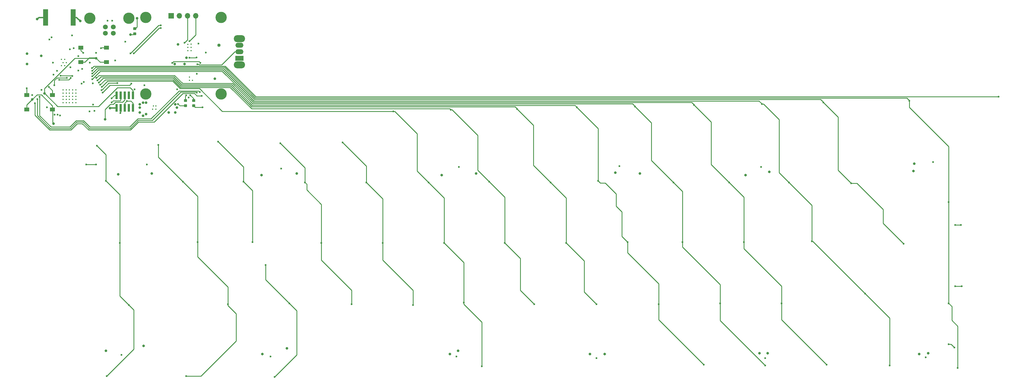
<source format=gbr>
G04 #@! TF.GenerationSoftware,KiCad,Pcbnew,(5.1.5)-3*
G04 #@! TF.CreationDate,2020-05-24T16:48:27-06:00*
G04 #@! TF.ProjectId,keeb,6b656562-2e6b-4696-9361-645f70636258,rev?*
G04 #@! TF.SameCoordinates,Original*
G04 #@! TF.FileFunction,Copper,L1,Top*
G04 #@! TF.FilePolarity,Positive*
%FSLAX46Y46*%
G04 Gerber Fmt 4.6, Leading zero omitted, Abs format (unit mm)*
G04 Created by KiCad (PCBNEW (5.1.5)-3) date 2020-05-24 16:48:27*
%MOMM*%
%LPD*%
G04 APERTURE LIST*
G04 #@! TA.AperFunction,ComponentPad*
%ADD10C,3.500000*%
G04 #@! TD*
G04 #@! TA.AperFunction,ComponentPad*
%ADD11O,1.700000X1.700000*%
G04 #@! TD*
G04 #@! TA.AperFunction,ComponentPad*
%ADD12R,1.700000X1.700000*%
G04 #@! TD*
G04 #@! TA.AperFunction,ComponentPad*
%ADD13C,1.500000*%
G04 #@! TD*
G04 #@! TA.AperFunction,SMDPad,CuDef*
%ADD14R,1.550000X1.300000*%
G04 #@! TD*
G04 #@! TA.AperFunction,SMDPad,CuDef*
%ADD15C,0.150000*%
G04 #@! TD*
G04 #@! TA.AperFunction,SMDPad,CuDef*
%ADD16R,1.500000X5.080000*%
G04 #@! TD*
G04 #@! TA.AperFunction,SMDPad,CuDef*
%ADD17R,0.740000X2.400000*%
G04 #@! TD*
G04 #@! TA.AperFunction,ComponentPad*
%ADD18R,2.500000X1.500000*%
G04 #@! TD*
G04 #@! TA.AperFunction,ComponentPad*
%ADD19O,2.500000X1.500000*%
G04 #@! TD*
G04 #@! TA.AperFunction,ComponentPad*
%ADD20O,3.500000X2.200000*%
G04 #@! TD*
G04 #@! TA.AperFunction,ViaPad*
%ADD21C,0.450000*%
G04 #@! TD*
G04 #@! TA.AperFunction,ViaPad*
%ADD22C,0.800000*%
G04 #@! TD*
G04 #@! TA.AperFunction,ViaPad*
%ADD23C,0.600000*%
G04 #@! TD*
G04 #@! TA.AperFunction,ViaPad*
%ADD24C,1.016000*%
G04 #@! TD*
G04 #@! TA.AperFunction,Conductor*
%ADD25C,0.381000*%
G04 #@! TD*
G04 #@! TA.AperFunction,Conductor*
%ADD26C,0.250000*%
G04 #@! TD*
G04 #@! TA.AperFunction,Conductor*
%ADD27C,0.293370*%
G04 #@! TD*
G04 APERTURE END LIST*
D10*
G04 #@! TO.P,J6,*
G04 #@! TO.N,*
X102709000Y-67734000D03*
X79409000Y-67734000D03*
X79409000Y-43934000D03*
X102709000Y-43934000D03*
D11*
G04 #@! TO.P,J6,4*
G04 #@! TO.N,/MCU/SDA_MON*
X94869000Y-43434000D03*
G04 #@! TO.P,J6,3*
G04 #@! TO.N,/MCU/SCL_MON*
X92329000Y-43434000D03*
G04 #@! TO.P,J6,2*
G04 #@! TO.N,+3V3*
X89789000Y-43434000D03*
D12*
G04 #@! TO.P,J6,1*
G04 #@! TO.N,GND*
X87249000Y-43434000D03*
G04 #@! TD*
D10*
G04 #@! TO.P,J3,6*
G04 #@! TO.N,N/C*
X62052000Y-44196000D03*
G04 #@! TO.P,J3,5*
G04 #@! TO.N,Net-(J3-Pad5)*
X74092000Y-44196000D03*
D13*
G04 #@! TO.P,J3,4*
G04 #@! TO.N,GND*
X66822000Y-46906000D03*
G04 #@! TO.P,J3,3*
G04 #@! TO.N,/USB and Power Management/USB+*
X69322000Y-46906000D03*
G04 #@! TO.P,J3,2*
G04 #@! TO.N,/USB and Power Management/USB-*
X69322000Y-48906000D03*
G04 #@! TO.P,J3,1*
G04 #@! TO.N,Net-(FB1-Pad2)*
X66822000Y-48906000D03*
G04 #@! TD*
D14*
G04 #@! TO.P,SW70,2*
G04 #@! TO.N,+3V3*
X42507000Y-68108000D03*
X50457000Y-68108000D03*
G04 #@! TO.P,SW70,1*
G04 #@! TO.N,/MCU/BOOT0*
X42507000Y-72608000D03*
X50457000Y-72608000D03*
G04 #@! TD*
G04 #@! TO.P,SW1,2*
G04 #@! TO.N,/MCU/NRST*
X67221000Y-57876000D03*
X59271000Y-57876000D03*
G04 #@! TO.P,SW1,1*
G04 #@! TO.N,GND*
X67221000Y-53376000D03*
X59271000Y-53376000D03*
G04 #@! TD*
G04 #@! TA.AperFunction,SMDPad,CuDef*
D15*
G04 #@! TO.P,D70,2*
G04 #@! TO.N,+5V*
G36*
X76223691Y-47036053D02*
G01*
X76244926Y-47039203D01*
X76265750Y-47044419D01*
X76285962Y-47051651D01*
X76305368Y-47060830D01*
X76323781Y-47071866D01*
X76341024Y-47084654D01*
X76356930Y-47099070D01*
X76371346Y-47114976D01*
X76384134Y-47132219D01*
X76395170Y-47150632D01*
X76404349Y-47170038D01*
X76411581Y-47190250D01*
X76416797Y-47211074D01*
X76419947Y-47232309D01*
X76421000Y-47253750D01*
X76421000Y-47691250D01*
X76419947Y-47712691D01*
X76416797Y-47733926D01*
X76411581Y-47754750D01*
X76404349Y-47774962D01*
X76395170Y-47794368D01*
X76384134Y-47812781D01*
X76371346Y-47830024D01*
X76356930Y-47845930D01*
X76341024Y-47860346D01*
X76323781Y-47873134D01*
X76305368Y-47884170D01*
X76285962Y-47893349D01*
X76265750Y-47900581D01*
X76244926Y-47905797D01*
X76223691Y-47908947D01*
X76202250Y-47910000D01*
X75689750Y-47910000D01*
X75668309Y-47908947D01*
X75647074Y-47905797D01*
X75626250Y-47900581D01*
X75606038Y-47893349D01*
X75586632Y-47884170D01*
X75568219Y-47873134D01*
X75550976Y-47860346D01*
X75535070Y-47845930D01*
X75520654Y-47830024D01*
X75507866Y-47812781D01*
X75496830Y-47794368D01*
X75487651Y-47774962D01*
X75480419Y-47754750D01*
X75475203Y-47733926D01*
X75472053Y-47712691D01*
X75471000Y-47691250D01*
X75471000Y-47253750D01*
X75472053Y-47232309D01*
X75475203Y-47211074D01*
X75480419Y-47190250D01*
X75487651Y-47170038D01*
X75496830Y-47150632D01*
X75507866Y-47132219D01*
X75520654Y-47114976D01*
X75535070Y-47099070D01*
X75550976Y-47084654D01*
X75568219Y-47071866D01*
X75586632Y-47060830D01*
X75606038Y-47051651D01*
X75626250Y-47044419D01*
X75647074Y-47039203D01*
X75668309Y-47036053D01*
X75689750Y-47035000D01*
X76202250Y-47035000D01*
X76223691Y-47036053D01*
G37*
G04 #@! TD.AperFunction*
G04 #@! TA.AperFunction,SMDPad,CuDef*
G04 #@! TO.P,D70,1*
G04 #@! TO.N,Net-(D70-Pad1)*
G36*
X76223691Y-48611053D02*
G01*
X76244926Y-48614203D01*
X76265750Y-48619419D01*
X76285962Y-48626651D01*
X76305368Y-48635830D01*
X76323781Y-48646866D01*
X76341024Y-48659654D01*
X76356930Y-48674070D01*
X76371346Y-48689976D01*
X76384134Y-48707219D01*
X76395170Y-48725632D01*
X76404349Y-48745038D01*
X76411581Y-48765250D01*
X76416797Y-48786074D01*
X76419947Y-48807309D01*
X76421000Y-48828750D01*
X76421000Y-49266250D01*
X76419947Y-49287691D01*
X76416797Y-49308926D01*
X76411581Y-49329750D01*
X76404349Y-49349962D01*
X76395170Y-49369368D01*
X76384134Y-49387781D01*
X76371346Y-49405024D01*
X76356930Y-49420930D01*
X76341024Y-49435346D01*
X76323781Y-49448134D01*
X76305368Y-49459170D01*
X76285962Y-49468349D01*
X76265750Y-49475581D01*
X76244926Y-49480797D01*
X76223691Y-49483947D01*
X76202250Y-49485000D01*
X75689750Y-49485000D01*
X75668309Y-49483947D01*
X75647074Y-49480797D01*
X75626250Y-49475581D01*
X75606038Y-49468349D01*
X75586632Y-49459170D01*
X75568219Y-49448134D01*
X75550976Y-49435346D01*
X75535070Y-49420930D01*
X75520654Y-49405024D01*
X75507866Y-49387781D01*
X75496830Y-49369368D01*
X75487651Y-49349962D01*
X75480419Y-49329750D01*
X75475203Y-49308926D01*
X75472053Y-49287691D01*
X75471000Y-49266250D01*
X75471000Y-48828750D01*
X75472053Y-48807309D01*
X75475203Y-48786074D01*
X75480419Y-48765250D01*
X75487651Y-48745038D01*
X75496830Y-48725632D01*
X75507866Y-48707219D01*
X75520654Y-48689976D01*
X75535070Y-48674070D01*
X75550976Y-48659654D01*
X75568219Y-48646866D01*
X75586632Y-48635830D01*
X75606038Y-48626651D01*
X75626250Y-48619419D01*
X75647074Y-48614203D01*
X75668309Y-48611053D01*
X75689750Y-48610000D01*
X76202250Y-48610000D01*
X76223691Y-48611053D01*
G37*
G04 #@! TD.AperFunction*
G04 #@! TD*
D16*
G04 #@! TO.P,J2,2*
G04 #@! TO.N,GND*
X56828000Y-43942000D03*
X48328000Y-43942000D03*
G04 #@! TD*
D17*
G04 #@! TO.P,J1,10*
G04 #@! TO.N,/MCU/NRST*
X75438000Y-68154000D03*
G04 #@! TO.P,J1,9*
G04 #@! TO.N,GND*
X75438000Y-72054000D03*
G04 #@! TO.P,J1,8*
G04 #@! TO.N,Net-(J1-Pad8)*
X74168000Y-68154000D03*
G04 #@! TO.P,J1,7*
G04 #@! TO.N,Net-(J1-Pad7)*
X74168000Y-72054000D03*
G04 #@! TO.P,J1,6*
G04 #@! TO.N,/MCU/COL3*
X72898000Y-68154000D03*
G04 #@! TO.P,J1,5*
G04 #@! TO.N,GND*
X72898000Y-72054000D03*
G04 #@! TO.P,J1,4*
G04 #@! TO.N,/MCU/SWDCLK*
X71628000Y-68154000D03*
G04 #@! TO.P,J1,3*
G04 #@! TO.N,GND*
X71628000Y-72054000D03*
G04 #@! TO.P,J1,2*
G04 #@! TO.N,/MCU/SWDIO*
X70358000Y-68154000D03*
G04 #@! TO.P,J1,1*
G04 #@! TO.N,+3V3*
X70358000Y-72054000D03*
G04 #@! TD*
G04 #@! TA.AperFunction,SMDPad,CuDef*
D15*
G04 #@! TO.P,D71,1*
G04 #@! TO.N,Net-(D71-Pad1)*
G36*
X94511691Y-69388053D02*
G01*
X94532926Y-69391203D01*
X94553750Y-69396419D01*
X94573962Y-69403651D01*
X94593368Y-69412830D01*
X94611781Y-69423866D01*
X94629024Y-69436654D01*
X94644930Y-69451070D01*
X94659346Y-69466976D01*
X94672134Y-69484219D01*
X94683170Y-69502632D01*
X94692349Y-69522038D01*
X94699581Y-69542250D01*
X94704797Y-69563074D01*
X94707947Y-69584309D01*
X94709000Y-69605750D01*
X94709000Y-70043250D01*
X94707947Y-70064691D01*
X94704797Y-70085926D01*
X94699581Y-70106750D01*
X94692349Y-70126962D01*
X94683170Y-70146368D01*
X94672134Y-70164781D01*
X94659346Y-70182024D01*
X94644930Y-70197930D01*
X94629024Y-70212346D01*
X94611781Y-70225134D01*
X94593368Y-70236170D01*
X94573962Y-70245349D01*
X94553750Y-70252581D01*
X94532926Y-70257797D01*
X94511691Y-70260947D01*
X94490250Y-70262000D01*
X93977750Y-70262000D01*
X93956309Y-70260947D01*
X93935074Y-70257797D01*
X93914250Y-70252581D01*
X93894038Y-70245349D01*
X93874632Y-70236170D01*
X93856219Y-70225134D01*
X93838976Y-70212346D01*
X93823070Y-70197930D01*
X93808654Y-70182024D01*
X93795866Y-70164781D01*
X93784830Y-70146368D01*
X93775651Y-70126962D01*
X93768419Y-70106750D01*
X93763203Y-70085926D01*
X93760053Y-70064691D01*
X93759000Y-70043250D01*
X93759000Y-69605750D01*
X93760053Y-69584309D01*
X93763203Y-69563074D01*
X93768419Y-69542250D01*
X93775651Y-69522038D01*
X93784830Y-69502632D01*
X93795866Y-69484219D01*
X93808654Y-69466976D01*
X93823070Y-69451070D01*
X93838976Y-69436654D01*
X93856219Y-69423866D01*
X93874632Y-69412830D01*
X93894038Y-69403651D01*
X93914250Y-69396419D01*
X93935074Y-69391203D01*
X93956309Y-69388053D01*
X93977750Y-69387000D01*
X94490250Y-69387000D01*
X94511691Y-69388053D01*
G37*
G04 #@! TD.AperFunction*
G04 #@! TA.AperFunction,SMDPad,CuDef*
G04 #@! TO.P,D71,2*
G04 #@! TO.N,+BATT*
G36*
X94511691Y-70963053D02*
G01*
X94532926Y-70966203D01*
X94553750Y-70971419D01*
X94573962Y-70978651D01*
X94593368Y-70987830D01*
X94611781Y-70998866D01*
X94629024Y-71011654D01*
X94644930Y-71026070D01*
X94659346Y-71041976D01*
X94672134Y-71059219D01*
X94683170Y-71077632D01*
X94692349Y-71097038D01*
X94699581Y-71117250D01*
X94704797Y-71138074D01*
X94707947Y-71159309D01*
X94709000Y-71180750D01*
X94709000Y-71618250D01*
X94707947Y-71639691D01*
X94704797Y-71660926D01*
X94699581Y-71681750D01*
X94692349Y-71701962D01*
X94683170Y-71721368D01*
X94672134Y-71739781D01*
X94659346Y-71757024D01*
X94644930Y-71772930D01*
X94629024Y-71787346D01*
X94611781Y-71800134D01*
X94593368Y-71811170D01*
X94573962Y-71820349D01*
X94553750Y-71827581D01*
X94532926Y-71832797D01*
X94511691Y-71835947D01*
X94490250Y-71837000D01*
X93977750Y-71837000D01*
X93956309Y-71835947D01*
X93935074Y-71832797D01*
X93914250Y-71827581D01*
X93894038Y-71820349D01*
X93874632Y-71811170D01*
X93856219Y-71800134D01*
X93838976Y-71787346D01*
X93823070Y-71772930D01*
X93808654Y-71757024D01*
X93795866Y-71739781D01*
X93784830Y-71721368D01*
X93775651Y-71701962D01*
X93768419Y-71681750D01*
X93763203Y-71660926D01*
X93760053Y-71639691D01*
X93759000Y-71618250D01*
X93759000Y-71180750D01*
X93760053Y-71159309D01*
X93763203Y-71138074D01*
X93768419Y-71117250D01*
X93775651Y-71097038D01*
X93784830Y-71077632D01*
X93795866Y-71059219D01*
X93808654Y-71041976D01*
X93823070Y-71026070D01*
X93838976Y-71011654D01*
X93856219Y-70998866D01*
X93874632Y-70987830D01*
X93894038Y-70978651D01*
X93914250Y-70971419D01*
X93935074Y-70966203D01*
X93956309Y-70963053D01*
X93977750Y-70962000D01*
X94490250Y-70962000D01*
X94511691Y-70963053D01*
G37*
G04 #@! TD.AperFunction*
G04 #@! TD*
G04 #@! TA.AperFunction,SMDPad,CuDef*
G04 #@! TO.P,D72,2*
G04 #@! TO.N,+BATT*
G36*
X91971691Y-70963053D02*
G01*
X91992926Y-70966203D01*
X92013750Y-70971419D01*
X92033962Y-70978651D01*
X92053368Y-70987830D01*
X92071781Y-70998866D01*
X92089024Y-71011654D01*
X92104930Y-71026070D01*
X92119346Y-71041976D01*
X92132134Y-71059219D01*
X92143170Y-71077632D01*
X92152349Y-71097038D01*
X92159581Y-71117250D01*
X92164797Y-71138074D01*
X92167947Y-71159309D01*
X92169000Y-71180750D01*
X92169000Y-71618250D01*
X92167947Y-71639691D01*
X92164797Y-71660926D01*
X92159581Y-71681750D01*
X92152349Y-71701962D01*
X92143170Y-71721368D01*
X92132134Y-71739781D01*
X92119346Y-71757024D01*
X92104930Y-71772930D01*
X92089024Y-71787346D01*
X92071781Y-71800134D01*
X92053368Y-71811170D01*
X92033962Y-71820349D01*
X92013750Y-71827581D01*
X91992926Y-71832797D01*
X91971691Y-71835947D01*
X91950250Y-71837000D01*
X91437750Y-71837000D01*
X91416309Y-71835947D01*
X91395074Y-71832797D01*
X91374250Y-71827581D01*
X91354038Y-71820349D01*
X91334632Y-71811170D01*
X91316219Y-71800134D01*
X91298976Y-71787346D01*
X91283070Y-71772930D01*
X91268654Y-71757024D01*
X91255866Y-71739781D01*
X91244830Y-71721368D01*
X91235651Y-71701962D01*
X91228419Y-71681750D01*
X91223203Y-71660926D01*
X91220053Y-71639691D01*
X91219000Y-71618250D01*
X91219000Y-71180750D01*
X91220053Y-71159309D01*
X91223203Y-71138074D01*
X91228419Y-71117250D01*
X91235651Y-71097038D01*
X91244830Y-71077632D01*
X91255866Y-71059219D01*
X91268654Y-71041976D01*
X91283070Y-71026070D01*
X91298976Y-71011654D01*
X91316219Y-70998866D01*
X91334632Y-70987830D01*
X91354038Y-70978651D01*
X91374250Y-70971419D01*
X91395074Y-70966203D01*
X91416309Y-70963053D01*
X91437750Y-70962000D01*
X91950250Y-70962000D01*
X91971691Y-70963053D01*
G37*
G04 #@! TD.AperFunction*
G04 #@! TA.AperFunction,SMDPad,CuDef*
G04 #@! TO.P,D72,1*
G04 #@! TO.N,Net-(D72-Pad1)*
G36*
X91971691Y-69388053D02*
G01*
X91992926Y-69391203D01*
X92013750Y-69396419D01*
X92033962Y-69403651D01*
X92053368Y-69412830D01*
X92071781Y-69423866D01*
X92089024Y-69436654D01*
X92104930Y-69451070D01*
X92119346Y-69466976D01*
X92132134Y-69484219D01*
X92143170Y-69502632D01*
X92152349Y-69522038D01*
X92159581Y-69542250D01*
X92164797Y-69563074D01*
X92167947Y-69584309D01*
X92169000Y-69605750D01*
X92169000Y-70043250D01*
X92167947Y-70064691D01*
X92164797Y-70085926D01*
X92159581Y-70106750D01*
X92152349Y-70126962D01*
X92143170Y-70146368D01*
X92132134Y-70164781D01*
X92119346Y-70182024D01*
X92104930Y-70197930D01*
X92089024Y-70212346D01*
X92071781Y-70225134D01*
X92053368Y-70236170D01*
X92033962Y-70245349D01*
X92013750Y-70252581D01*
X91992926Y-70257797D01*
X91971691Y-70260947D01*
X91950250Y-70262000D01*
X91437750Y-70262000D01*
X91416309Y-70260947D01*
X91395074Y-70257797D01*
X91374250Y-70252581D01*
X91354038Y-70245349D01*
X91334632Y-70236170D01*
X91316219Y-70225134D01*
X91298976Y-70212346D01*
X91283070Y-70197930D01*
X91268654Y-70182024D01*
X91255866Y-70164781D01*
X91244830Y-70146368D01*
X91235651Y-70126962D01*
X91228419Y-70106750D01*
X91223203Y-70085926D01*
X91220053Y-70064691D01*
X91219000Y-70043250D01*
X91219000Y-69605750D01*
X91220053Y-69584309D01*
X91223203Y-69563074D01*
X91228419Y-69542250D01*
X91235651Y-69522038D01*
X91244830Y-69502632D01*
X91255866Y-69484219D01*
X91268654Y-69466976D01*
X91283070Y-69451070D01*
X91298976Y-69436654D01*
X91316219Y-69423866D01*
X91334632Y-69412830D01*
X91354038Y-69403651D01*
X91374250Y-69396419D01*
X91395074Y-69391203D01*
X91416309Y-69388053D01*
X91437750Y-69387000D01*
X91950250Y-69387000D01*
X91971691Y-69388053D01*
G37*
G04 #@! TD.AperFunction*
G04 #@! TD*
D18*
G04 #@! TO.P,SW71,1*
G04 #@! TO.N,Net-(R9-Pad2)*
X108458000Y-56642000D03*
D19*
G04 #@! TO.P,SW71,2*
G04 #@! TO.N,/USB and Power Management/SYS_OFF*
X108458000Y-54642000D03*
G04 #@! TO.P,SW71,3*
G04 #@! TO.N,GND*
X108458000Y-52642000D03*
D20*
G04 #@! TO.P,SW71,*
G04 #@! TO.N,*
X108458000Y-58742000D03*
X108458000Y-50542000D03*
G04 #@! TD*
D21*
G04 #@! TO.N,GND*
X53215000Y-56996000D03*
X54215000Y-56996000D03*
X54715000Y-57996000D03*
X53715000Y-57996000D03*
X54215000Y-58996000D03*
X53215000Y-58996000D03*
X82500000Y-72496000D03*
X81715000Y-71496000D03*
X81500000Y-72496000D03*
X82500000Y-71500000D03*
X57715000Y-70496000D03*
X56715000Y-70496000D03*
X55715000Y-70496000D03*
X54715000Y-70496000D03*
X57715000Y-69496000D03*
X56715000Y-69496000D03*
X55715000Y-69496000D03*
X54715000Y-69496000D03*
X57715000Y-68496000D03*
X56715000Y-68496000D03*
X55715000Y-68496000D03*
X54715000Y-68496000D03*
X57715000Y-67496000D03*
X56715000Y-67496000D03*
X55715000Y-67496000D03*
X54715000Y-67496000D03*
X53715000Y-70496000D03*
X53715000Y-69496000D03*
X53715000Y-68496000D03*
X53715000Y-67496000D03*
X57715000Y-66496000D03*
X56715000Y-66496000D03*
X55715000Y-66496000D03*
X54715000Y-66496000D03*
X53715000Y-66496000D03*
D22*
X42545000Y-58420000D03*
D21*
X92398000Y-52316000D03*
X92398000Y-53308000D03*
X92398000Y-54308000D03*
X93398000Y-52308000D03*
X93398000Y-53308000D03*
X93398000Y-54308000D03*
X93900000Y-63536000D03*
X92900000Y-62536000D03*
X92900000Y-63536000D03*
D22*
X42545000Y-55245000D03*
X46990000Y-55905000D03*
X45720000Y-44450000D03*
X59055000Y-45085000D03*
D23*
X49530000Y-50800000D03*
X50165000Y-50165000D03*
X56515000Y-49530000D03*
X55880000Y-53848000D03*
X50593233Y-58011229D03*
X56000000Y-59500000D03*
X58500000Y-60500000D03*
X62000000Y-58000000D03*
X58500000Y-56000000D03*
X60000000Y-55000000D03*
X69871571Y-57371571D03*
X65500000Y-53500000D03*
X67500000Y-45000000D03*
X69000000Y-45000000D03*
X73000000Y-51500000D03*
X62980999Y-64500000D03*
X63000000Y-71049000D03*
X63500000Y-73000000D03*
X47000000Y-66500000D03*
X71500000Y-73722978D03*
X73500000Y-70000000D03*
D22*
X77500000Y-73500000D03*
X89000000Y-72000000D03*
X88500000Y-73500000D03*
X86500000Y-73500000D03*
X88499976Y-71000000D03*
X100838000Y-62992000D03*
X91996040Y-56471000D03*
X89408000Y-52324000D03*
X70866000Y-92710000D03*
X81280000Y-92456000D03*
X115316000Y-92964000D03*
X126238000Y-92456000D03*
X171196000Y-92964000D03*
X181864000Y-92456000D03*
X225044000Y-92202000D03*
X232664000Y-92456000D03*
X265430000Y-92964000D03*
X272796000Y-91948000D03*
X317500000Y-91694000D03*
X317754000Y-89408000D03*
X319278000Y-148590000D03*
X322072000Y-148336000D03*
X272288000Y-148336000D03*
X269748000Y-148336000D03*
X221742000Y-148590000D03*
X217170000Y-148590000D03*
X176276000Y-147574000D03*
X173736000Y-148590000D03*
X123190000Y-146812000D03*
X78740000Y-146050000D03*
X67056000Y-147574000D03*
D23*
X92710000Y-68834000D03*
X48768000Y-71882000D03*
X52832000Y-74422000D03*
X60198000Y-64077000D03*
X89154000Y-66294000D03*
D24*
X102108000Y-52578000D03*
D23*
X98044000Y-54864000D03*
X44196000Y-68072000D03*
X95758000Y-52070000D03*
D22*
X115570000Y-148590000D03*
D23*
X50733992Y-61733992D03*
D22*
X88392000Y-58420946D03*
X91440000Y-58420946D03*
D23*
X95250000Y-61468000D03*
D22*
G04 #@! TO.N,+3V3*
X68326000Y-72136000D03*
D23*
X64000000Y-55000000D03*
X59500000Y-64585000D03*
X42500000Y-66000000D03*
D22*
X79500000Y-74000000D03*
X77500000Y-72000000D03*
X79500000Y-70500000D03*
X78500004Y-70500000D03*
X77500000Y-71000000D03*
X78500000Y-74500000D03*
D23*
X59690000Y-59944000D03*
X61976000Y-73152000D03*
X51098685Y-74168000D03*
X52070000Y-74168000D03*
X78994000Y-65024000D03*
X75889599Y-66344851D03*
X79756000Y-89662000D03*
X121412000Y-90932000D03*
X176530000Y-90424000D03*
X226314000Y-90170000D03*
X270256000Y-90424000D03*
X323596000Y-88900000D03*
X321310000Y-149606000D03*
X271526000Y-149860000D03*
X219202000Y-149860000D03*
X175768000Y-149352000D03*
X118110000Y-149352000D03*
X71882000Y-148844000D03*
X51857492Y-60610492D03*
X49303008Y-65559008D03*
X57000000Y-53500000D03*
G04 #@! TO.N,/MCU/ROW0*
X60960000Y-89662000D03*
X64008000Y-89662000D03*
G04 #@! TO.N,/MCU/ROW1*
X330454000Y-108458000D03*
X332232000Y-108458000D03*
G04 #@! TO.N,/MCU/ROW2*
X330454000Y-127508000D03*
X332486000Y-127508000D03*
G04 #@! TO.N,/MCU/ROW3*
X328422000Y-145542000D03*
X330200000Y-146558000D03*
D22*
G04 #@! TO.N,+5V*
X76708000Y-44196000D03*
D23*
G04 #@! TO.N,/MCU/SWDCLK*
X68834000Y-70358000D03*
G04 #@! TO.N,/MCU/SWDIO*
X68834000Y-69088000D03*
G04 #@! TO.N,+BATT*
X89408000Y-70866000D03*
X97028000Y-71882000D03*
G04 #@! TO.N,/MCU/COL0*
X64262000Y-83820000D03*
X67056000Y-94742000D03*
X71374000Y-114046000D03*
X74168000Y-133350000D03*
X67310000Y-155448000D03*
G04 #@! TO.N,/MCU/COL1*
X83312000Y-83566000D03*
X90932000Y-94996000D03*
X95504000Y-113792000D03*
X104902000Y-133096000D03*
X91948000Y-155448000D03*
G04 #@! TO.N,/MCU/COL2*
X101854000Y-82550000D03*
X109728000Y-94996000D03*
X112522000Y-113792000D03*
X116586000Y-120904000D03*
X123952000Y-132842000D03*
X119380000Y-155702000D03*
G04 #@! TO.N,/MCU/COL3*
X121158000Y-83058000D03*
X128778000Y-95250000D03*
X133858000Y-114046000D03*
X143256000Y-133096000D03*
D22*
X66802000Y-75677010D03*
D23*
G04 #@! TO.N,/MCU/COL4*
X140462000Y-82804000D03*
X147828000Y-95250000D03*
X152908000Y-114046000D03*
X162306000Y-133350000D03*
G04 #@! TO.N,/MCU/COL5*
X65729030Y-65558610D03*
X156210000Y-73152000D03*
X167132000Y-95250000D03*
X171958000Y-114046000D03*
X178054000Y-132588000D03*
X183642000Y-152400000D03*
G04 #@! TO.N,/MCU/COL6*
X65279020Y-64886872D03*
X173990000Y-72644000D03*
X185928000Y-94996000D03*
X190754000Y-114046000D03*
X199898000Y-133096000D03*
G04 #@! TO.N,/MCU/COL7*
X64829010Y-64216312D03*
X194564000Y-72389990D03*
X204978000Y-95250000D03*
X209804000Y-114046000D03*
X219202000Y-133096000D03*
G04 #@! TO.N,/MCU/COL8*
X64383688Y-63519733D03*
X213106012Y-71882000D03*
X219710000Y-94742000D03*
X228854000Y-113792000D03*
X238506000Y-133096000D03*
X252476000Y-151892000D03*
G04 #@! TO.N,/MCU/COL9*
X64058711Y-62788711D03*
X231139990Y-71628000D03*
X243078000Y-95250000D03*
X245872000Y-113792000D03*
X257556000Y-132842000D03*
X271526000Y-152146000D03*
G04 #@! TO.N,/MCU/COL10*
X62809213Y-63154325D03*
X249428000Y-71120000D03*
X260350000Y-95250000D03*
X264922000Y-113792000D03*
X276606000Y-132842000D03*
X290576000Y-151892000D03*
G04 #@! TO.N,/MCU/COL11*
X62800833Y-62278821D03*
X270510006Y-70866000D03*
X278892000Y-95250000D03*
X302514000Y-129794000D03*
X310134000Y-152146000D03*
X286003996Y-113538000D03*
G04 #@! TO.N,/MCU/COL12*
X62798086Y-61397684D03*
X289560000Y-70358000D03*
X298196000Y-95504000D03*
X314452000Y-114300000D03*
G04 #@! TO.N,/MCU/COL13*
X62779941Y-60531944D03*
X316230000Y-69850000D03*
X328422000Y-101346000D03*
X328422000Y-132842000D03*
X331216000Y-152908000D03*
G04 #@! TO.N,/MCU/COL14*
X62738000Y-59690000D03*
X343916000Y-68580000D03*
G04 #@! TO.N,/MCU/SPI_SCK*
X51054000Y-65024000D03*
X54905031Y-62738000D03*
G04 #@! TO.N,/MCU/SPI_NSS*
X52578000Y-63363010D03*
X56115423Y-62759238D03*
G04 #@! TO.N,/MCU/CE*
X52970955Y-62093010D03*
X56642000Y-62156963D03*
D22*
G04 #@! TO.N,/MCU/NRST*
X64008000Y-56642000D03*
X48006000Y-67564000D03*
G04 #@! TO.N,/MCU/BOOT0*
X50800000Y-76962000D03*
X44155028Y-69499982D03*
G04 #@! TO.N,Net-(D70-Pad1)*
X74676000Y-49276000D03*
D23*
G04 #@! TO.N,/USB and Power Management/TS*
X87584012Y-58150614D03*
X96350286Y-58118935D03*
G04 #@! TO.N,Net-(C20-Pad1)*
X92964000Y-56522990D03*
X95120237Y-56409553D03*
G04 #@! TO.N,Net-(D71-Pad1)*
X93218000Y-68183032D03*
G04 #@! TO.N,Net-(D72-Pad1)*
X91948000Y-68183032D03*
G04 #@! TO.N,/USB and Power Management/SYS_OFF*
X95360222Y-58520946D03*
G04 #@! TO.N,/MCU/~CE~*
X96774000Y-68326000D03*
X45000000Y-70666647D03*
G04 #@! TO.N,/MCU/EN2*
X96149000Y-67131354D03*
X46482000Y-68580000D03*
G04 #@! TO.N,/MCU/EN1*
X45734534Y-69338811D03*
X95250000Y-67379010D03*
G04 #@! TO.N,/MCU/SCL_MON*
X91440000Y-51816000D03*
X74676000Y-55118000D03*
X84004356Y-46447025D03*
X65682224Y-66594448D03*
X70612000Y-64398990D03*
G04 #@! TO.N,/MCU/SDA_MON*
X92954000Y-51308000D03*
X75692000Y-55118000D03*
X84074000Y-47244000D03*
X66040000Y-67310000D03*
X74929986Y-64516000D03*
G04 #@! TD*
D25*
G04 #@! TO.N,GND*
X48328000Y-43942000D02*
X46228000Y-43942000D01*
X46228000Y-43942000D02*
X45720000Y-44450000D01*
X56828000Y-43942000D02*
X57912000Y-43942000D01*
X57912000Y-43942000D02*
X59055000Y-45085000D01*
D26*
X59271000Y-54271000D02*
X60000000Y-55000000D01*
X59271000Y-53376000D02*
X59271000Y-54271000D01*
X67221000Y-53376000D02*
X65624000Y-53376000D01*
X65624000Y-53376000D02*
X65500000Y-53500000D01*
X71628000Y-72054000D02*
X71628000Y-73594978D01*
X71628000Y-73594978D02*
X71500000Y-73722978D01*
X72898000Y-72054000D02*
X72898000Y-70602000D01*
X72898000Y-70602000D02*
X73500000Y-70000000D01*
X73924264Y-70000000D02*
X73500000Y-70000000D01*
X74834000Y-70000000D02*
X73924264Y-70000000D01*
X75438000Y-70604000D02*
X74834000Y-70000000D01*
X75438000Y-72054000D02*
X75438000Y-70604000D01*
D25*
G04 #@! TO.N,+3V3*
X68408000Y-72054000D02*
X68326000Y-72136000D01*
X70358000Y-72054000D02*
X68408000Y-72054000D01*
D26*
X42507000Y-68108000D02*
X42507000Y-66007000D01*
X42507000Y-66007000D02*
X42500000Y-66000000D01*
X50457000Y-66713000D02*
X49303008Y-65559008D01*
X50457000Y-68108000D02*
X50457000Y-66713000D01*
G04 #@! TO.N,/MCU/ROW0*
X60960000Y-89662000D02*
X64008000Y-89662000D01*
G04 #@! TO.N,/MCU/ROW1*
X330454000Y-108458000D02*
X332232000Y-108458000D01*
G04 #@! TO.N,/MCU/ROW2*
X330454000Y-127508000D02*
X332486000Y-127508000D01*
G04 #@! TO.N,/MCU/ROW3*
X328422000Y-145542000D02*
X329184000Y-145542000D01*
X329184000Y-145542000D02*
X330200000Y-146558000D01*
D27*
G04 #@! TO.N,+5V*
X76708000Y-46931500D02*
X76708000Y-44196000D01*
X75692000Y-47472500D02*
X76167000Y-47472500D01*
X76167000Y-47472500D02*
X76708000Y-46931500D01*
D26*
G04 #@! TO.N,/MCU/SWDCLK*
X68834000Y-70316132D02*
X68834000Y-70358000D01*
X69300132Y-69850000D02*
X68834000Y-70316132D01*
X71382000Y-69850000D02*
X69300132Y-69850000D01*
X71628000Y-69604000D02*
X71382000Y-69850000D01*
X71628000Y-68154000D02*
X71628000Y-69604000D01*
G04 #@! TO.N,/MCU/SWDIO*
X68834000Y-69058000D02*
X68834000Y-69088000D01*
X69738000Y-68154000D02*
X68834000Y-69058000D01*
X70358000Y-68154000D02*
X69738000Y-68154000D01*
D27*
G04 #@! TO.N,+BATT*
X91694000Y-71399500D02*
X89941500Y-71399500D01*
X89941500Y-71399500D02*
X89408000Y-70866000D01*
X94716500Y-71882000D02*
X97028000Y-71882000D01*
X94234000Y-71399500D02*
X94716500Y-71882000D01*
D26*
G04 #@! TO.N,/MCU/COL0*
X64262000Y-83820000D02*
X67056000Y-86614000D01*
X67056000Y-86614000D02*
X67056000Y-94742000D01*
X71374000Y-114046000D02*
X71374000Y-130556000D01*
X71374000Y-130556000D02*
X74168000Y-133350000D01*
X75692000Y-147066000D02*
X67310000Y-155448000D01*
X74168000Y-133350000D02*
X75692000Y-134874000D01*
X75692000Y-134874000D02*
X75692000Y-147066000D01*
X67056000Y-94742000D02*
X71374000Y-99060000D01*
X71374000Y-99060000D02*
X71374000Y-114046000D01*
G04 #@! TO.N,/MCU/COL1*
X83312000Y-83566000D02*
X83312000Y-87376000D01*
X83312000Y-87376000D02*
X90932000Y-94996000D01*
X90932000Y-94996000D02*
X95504000Y-99568000D01*
X95504000Y-99568000D02*
X95504000Y-113792000D01*
X95504000Y-113792000D02*
X95504000Y-118364000D01*
X95504000Y-118364000D02*
X104902000Y-127762000D01*
X104902000Y-127762000D02*
X104902000Y-133096000D01*
X104902000Y-133520264D02*
X107442000Y-136060264D01*
X104902000Y-133096000D02*
X104902000Y-133520264D01*
X107442000Y-136060264D02*
X107442000Y-144526000D01*
X107442000Y-144526000D02*
X96520000Y-155448000D01*
X96520000Y-155448000D02*
X91948000Y-155448000D01*
G04 #@! TO.N,/MCU/COL2*
X101854000Y-82550000D02*
X109728000Y-90424000D01*
X109728000Y-90424000D02*
X109728000Y-94996000D01*
X109728000Y-94996000D02*
X112522000Y-97790000D01*
X112522000Y-97790000D02*
X112522000Y-113792000D01*
X116586000Y-120904000D02*
X116586000Y-125476000D01*
X116586000Y-125476000D02*
X123952000Y-132842000D01*
X126238000Y-148844000D02*
X119380000Y-155702000D01*
X123952000Y-132842000D02*
X126238000Y-135128000D01*
X126238000Y-135128000D02*
X126238000Y-148844000D01*
G04 #@! TO.N,/MCU/COL3*
X121158000Y-83058000D02*
X128778000Y-90678000D01*
X128778000Y-90678000D02*
X128778000Y-95250000D01*
X129343001Y-95815001D02*
X129343001Y-97593001D01*
X128778000Y-95250000D02*
X129343001Y-95815001D01*
X129343001Y-97593001D02*
X133858000Y-102108000D01*
X133858000Y-102108000D02*
X133858000Y-114046000D01*
X143256000Y-128778000D02*
X143256000Y-133096000D01*
X133858000Y-114046000D02*
X133858000Y-119380000D01*
X133858000Y-119380000D02*
X143256000Y-128778000D01*
X72201991Y-70300009D02*
X69956988Y-70300010D01*
X72898000Y-69604000D02*
X72201991Y-70300009D01*
X69956988Y-70300010D02*
X69273997Y-70983001D01*
X66802000Y-72586998D02*
X66802000Y-75111325D01*
X72898000Y-68154000D02*
X72898000Y-69604000D01*
X66802000Y-75111325D02*
X66802000Y-75677010D01*
X68405997Y-70983001D02*
X66802000Y-72586998D01*
X69273997Y-70983001D02*
X68405997Y-70983001D01*
G04 #@! TO.N,/MCU/COL4*
X140462000Y-82804000D02*
X147828000Y-90170000D01*
X147828000Y-90170000D02*
X147828000Y-95250000D01*
X147828000Y-95250000D02*
X152908000Y-100330000D01*
X152908000Y-100330000D02*
X152908000Y-114046000D01*
X152908000Y-114046000D02*
X152908000Y-119380000D01*
X152908000Y-119380000D02*
X162306000Y-128778000D01*
X162306000Y-128778000D02*
X162306000Y-133350000D01*
G04 #@! TO.N,/MCU/COL5*
X156634264Y-73152000D02*
X163576000Y-80093736D01*
X156210000Y-73152000D02*
X156634264Y-73152000D01*
X163576000Y-80093736D02*
X163576000Y-91694000D01*
X163576000Y-91694000D02*
X167132000Y-95250000D01*
X167132000Y-95250000D02*
X171958000Y-100076000D01*
X171958000Y-100076000D02*
X171958000Y-114046000D01*
X171958000Y-114046000D02*
X178054000Y-120142000D01*
X178054000Y-120142000D02*
X178054000Y-132588000D01*
X183642000Y-138684000D02*
X183642000Y-152400000D01*
X178054000Y-132588000D02*
X178054000Y-133096000D01*
X178054000Y-133096000D02*
X183642000Y-138684000D01*
X90051449Y-66103033D02*
X96046209Y-66103033D01*
X96046209Y-66103033D02*
X103095176Y-73152000D01*
X103095176Y-73152000D02*
X155785736Y-73152000D01*
X65729030Y-65558610D02*
X67513651Y-63773989D01*
X87722405Y-63773989D02*
X90051449Y-66103033D01*
X67513651Y-63773989D02*
X87722405Y-63773989D01*
X155785736Y-73152000D02*
X156210000Y-73152000D01*
G04 #@! TO.N,/MCU/COL6*
X174414264Y-72644000D02*
X182372000Y-80601736D01*
X173990000Y-72644000D02*
X174414264Y-72644000D01*
X182372000Y-80601736D02*
X182372000Y-91440000D01*
X182372000Y-91440000D02*
X185928000Y-94996000D01*
X185928000Y-94996000D02*
X190754000Y-99822000D01*
X190754000Y-99822000D02*
X190754000Y-114046000D01*
X190754000Y-114046000D02*
X195580000Y-118872000D01*
X195580000Y-118872000D02*
X195580000Y-128778000D01*
X195580000Y-128778000D02*
X199898000Y-133096000D01*
X66841914Y-63323978D02*
X87840923Y-63323978D01*
X65279020Y-64886872D02*
X66841914Y-63323978D01*
X87840923Y-63323978D02*
X90217967Y-65701022D01*
X90217967Y-65701022D02*
X105567742Y-65701022D01*
X105567742Y-65701022D02*
X112210721Y-72344001D01*
X112210721Y-72344001D02*
X173690001Y-72344001D01*
X173690001Y-72344001D02*
X173990000Y-72644000D01*
G04 #@! TO.N,/MCU/COL7*
X194564000Y-72389990D02*
X199644000Y-77469990D01*
X199644000Y-77469990D02*
X199644000Y-89916000D01*
X199644000Y-89916000D02*
X204978000Y-95250000D01*
X204978000Y-95250000D02*
X209804000Y-100076000D01*
X209804000Y-100076000D02*
X209804000Y-114046000D01*
X209804000Y-114046000D02*
X215392000Y-119634000D01*
X215392000Y-119634000D02*
X215392000Y-129286000D01*
X215392000Y-129286000D02*
X219202000Y-133096000D01*
X87959441Y-62873967D02*
X90384485Y-65299011D01*
X64829010Y-64216312D02*
X66171355Y-62873967D01*
X66171355Y-62873967D02*
X87959441Y-62873967D01*
X105802141Y-65299011D02*
X112233199Y-71730069D01*
X90384485Y-65299011D02*
X105802141Y-65299011D01*
X112233199Y-71730069D02*
X193904079Y-71730069D01*
X193904079Y-71730069D02*
X194264001Y-72089991D01*
X194264001Y-72089991D02*
X194564000Y-72389990D01*
G04 #@! TO.N,/MCU/COL8*
X213106012Y-71882000D02*
X219710000Y-78485988D01*
X219710000Y-78485988D02*
X219710000Y-94742000D01*
X227076000Y-112014000D02*
X228854000Y-113792000D01*
X220392001Y-95424001D02*
X221916001Y-95424001D01*
X225298000Y-98806000D02*
X225298000Y-102616000D01*
X227076000Y-104394000D02*
X227076000Y-112014000D01*
X225298000Y-102616000D02*
X227076000Y-104394000D01*
X219710000Y-94742000D02*
X220392001Y-95424001D01*
X221916001Y-95424001D02*
X225298000Y-98806000D01*
X228854000Y-113792000D02*
X228854000Y-117094000D01*
X228854000Y-117094000D02*
X238506000Y-126746000D01*
X238506000Y-126746000D02*
X238506000Y-133096000D01*
X238506000Y-133096000D02*
X238506000Y-137922000D01*
X238506000Y-137922000D02*
X252476000Y-151892000D01*
X212806013Y-71582001D02*
X213106012Y-71882000D01*
X90551003Y-64897000D02*
X106036540Y-64897000D01*
X65479465Y-62423956D02*
X88077959Y-62423956D01*
X112419599Y-71280059D02*
X212504071Y-71280059D01*
X212504071Y-71280059D02*
X212806013Y-71582001D01*
X64383688Y-63519733D02*
X65479465Y-62423956D01*
X106036540Y-64897000D02*
X112419599Y-71280059D01*
X88077959Y-62423956D02*
X90551003Y-64897000D01*
G04 #@! TO.N,/MCU/COL9*
X243078000Y-95250000D02*
X245872000Y-98044000D01*
X245872000Y-98044000D02*
X245872000Y-113792000D01*
X245872000Y-113792000D02*
X245872000Y-115316000D01*
X257556000Y-127000000D02*
X257556000Y-132842000D01*
X245872000Y-115316000D02*
X257556000Y-127000000D01*
X257556000Y-132842000D02*
X257556000Y-138176000D01*
X257556000Y-138176000D02*
X271526000Y-152146000D01*
X236220000Y-88392000D02*
X243078000Y-95250000D01*
X236220000Y-76708000D02*
X236220000Y-88392000D01*
X231139990Y-71628000D02*
X231140000Y-71628000D01*
X231140000Y-71628000D02*
X236220000Y-76708000D01*
X230839991Y-71328001D02*
X231139990Y-71628000D01*
X230342045Y-70830055D02*
X230839991Y-71328001D01*
X106270940Y-64494990D02*
X112606005Y-70830055D01*
X90783990Y-64494990D02*
X106270940Y-64494990D01*
X64873477Y-61973945D02*
X66164945Y-61973945D01*
X64058711Y-62788711D02*
X64873477Y-61973945D01*
X66164945Y-61973945D02*
X66167000Y-61976000D01*
X66167000Y-61976000D02*
X88265000Y-61976000D01*
X112606005Y-70830055D02*
X230342045Y-70830055D01*
X88265000Y-61976000D02*
X90783990Y-64494990D01*
G04 #@! TO.N,/MCU/COL10*
X249428000Y-71120000D02*
X254762000Y-76454000D01*
X254762000Y-76454000D02*
X254762000Y-89662000D01*
X254762000Y-89662000D02*
X260350000Y-95250000D01*
X260350000Y-95250000D02*
X264922000Y-99822000D01*
X264922000Y-99822000D02*
X264922000Y-113792000D01*
X276606000Y-127537498D02*
X276606000Y-132842000D01*
X264922000Y-113792000D02*
X264922000Y-115853498D01*
X264922000Y-115853498D02*
X276606000Y-127537498D01*
X276606000Y-132842000D02*
X276606000Y-137922000D01*
X276606000Y-137922000D02*
X290576000Y-151892000D01*
X248688039Y-70380039D02*
X249128001Y-70820001D01*
X112792399Y-70380039D02*
X248688039Y-70380039D01*
X65257538Y-60706000D02*
X103118360Y-60706000D01*
X62809213Y-63154325D02*
X65257538Y-60706000D01*
X103118360Y-60706000D02*
X112792399Y-70380039D01*
X249128001Y-70820001D02*
X249428000Y-71120000D01*
G04 #@! TO.N,/MCU/COL11*
X270510006Y-70866000D02*
X271018000Y-70866000D01*
X271018000Y-70866000D02*
X275844000Y-75692000D01*
X275844000Y-75692000D02*
X275844000Y-92202000D01*
X275844000Y-92202000D02*
X278892000Y-95250000D01*
X302514000Y-129794000D02*
X310134000Y-137414000D01*
X310134000Y-137414000D02*
X310134000Y-152146000D01*
X278892000Y-95250000D02*
X286003996Y-102361996D01*
X286003996Y-102361996D02*
X286003996Y-113113736D01*
X286258000Y-113538000D02*
X286003996Y-113538000D01*
X302514000Y-129794000D02*
X286258000Y-113538000D01*
X286003996Y-113113736D02*
X286003996Y-113538000D01*
X269574035Y-69930029D02*
X270210007Y-70566001D01*
X270210007Y-70566001D02*
X270510006Y-70866000D01*
X62800833Y-62278821D02*
X64775665Y-60303989D01*
X112978799Y-69930029D02*
X269574035Y-69930029D01*
X103352759Y-60303989D02*
X112978799Y-69930029D01*
X64775665Y-60303989D02*
X103352759Y-60303989D01*
G04 #@! TO.N,/MCU/COL12*
X294132000Y-91440000D02*
X298196000Y-95504000D01*
X289560000Y-70358000D02*
X294132000Y-74930000D01*
X294132000Y-74930000D02*
X294132000Y-91440000D01*
X298196000Y-95504000D02*
X299974000Y-95504000D01*
X299974000Y-95504000D02*
X308102000Y-103632000D01*
X308102000Y-103632000D02*
X308102000Y-107950000D01*
X308102000Y-107950000D02*
X314452000Y-114300000D01*
X113165199Y-69480019D02*
X288682019Y-69480019D01*
X62798086Y-61397684D02*
X64293792Y-59901978D01*
X64293792Y-59901978D02*
X103587158Y-59901978D01*
X103587158Y-59901978D02*
X113165199Y-69480019D01*
X289260001Y-70058001D02*
X289560000Y-70358000D01*
X288682019Y-69480019D02*
X289260001Y-70058001D01*
G04 #@! TO.N,/MCU/COL13*
X328422000Y-84074000D02*
X328422000Y-101346000D01*
X316230000Y-69850000D02*
X316230000Y-71882000D01*
X316230000Y-71882000D02*
X328422000Y-84074000D01*
X328422000Y-101346000D02*
X328422000Y-132842000D01*
X329368001Y-133788001D02*
X329368001Y-138106001D01*
X328422000Y-132842000D02*
X329368001Y-133788001D01*
X329368001Y-138106001D02*
X331216000Y-139954000D01*
X331216000Y-139954000D02*
X331216000Y-152908000D01*
X113351599Y-69030009D02*
X315410009Y-69030009D01*
X315930001Y-69550001D02*
X316230000Y-69850000D01*
X62779941Y-60531944D02*
X63811918Y-59499967D01*
X315410009Y-69030009D02*
X315930001Y-69550001D01*
X103821557Y-59499967D02*
X113351599Y-69030009D01*
X63811918Y-59499967D02*
X103821557Y-59499967D01*
G04 #@! TO.N,/MCU/COL14*
X63330044Y-59097956D02*
X104055956Y-59097956D01*
X113538000Y-68580000D02*
X343491736Y-68580000D01*
X343491736Y-68580000D02*
X343916000Y-68580000D01*
X62738000Y-59690000D02*
X63330044Y-59097956D01*
X104055956Y-59097956D02*
X113538000Y-68580000D01*
G04 #@! TO.N,/MCU/SPI_SCK*
X51054000Y-65024000D02*
X51054000Y-63560528D01*
X51054000Y-63560528D02*
X51876528Y-62738000D01*
X51876528Y-62738000D02*
X54480767Y-62738000D01*
X54480767Y-62738000D02*
X54905031Y-62738000D01*
G04 #@! TO.N,/MCU/SPI_NSS*
X55511651Y-63363010D02*
X56115423Y-62759238D01*
X52578000Y-63363010D02*
X55511651Y-63363010D01*
G04 #@! TO.N,/MCU/CE*
X52970955Y-62093010D02*
X56578047Y-62093010D01*
X56578047Y-62093010D02*
X56642000Y-62156963D01*
D25*
G04 #@! TO.N,/MCU/NRST*
X64008000Y-56642000D02*
X63807000Y-56642000D01*
D26*
X65242000Y-57876000D02*
X67221000Y-57876000D01*
X64008000Y-56642000D02*
X65242000Y-57876000D01*
X61849000Y-56515000D02*
X63881000Y-56515000D01*
X63881000Y-56515000D02*
X64008000Y-56642000D01*
X59271000Y-57876000D02*
X60488000Y-57876000D01*
X60488000Y-57876000D02*
X61849000Y-56515000D01*
X64728998Y-71628000D02*
X52070000Y-71628000D01*
X74520000Y-65786000D02*
X70570998Y-65786000D01*
X75438000Y-68154000D02*
X75438000Y-66704000D01*
X75438000Y-66704000D02*
X74520000Y-65786000D01*
X70570998Y-65786000D02*
X64728998Y-71628000D01*
X48405999Y-67963999D02*
X48006000Y-67564000D01*
X52070000Y-71628000D02*
X48405999Y-67963999D01*
X48006000Y-66040000D02*
X48006000Y-66998315D01*
X57404000Y-56642000D02*
X48006000Y-66040000D01*
X64008000Y-56642000D02*
X57404000Y-56642000D01*
X48006000Y-66998315D02*
X48006000Y-67564000D01*
D27*
G04 #@! TO.N,/MCU/BOOT0*
X50500000Y-72651000D02*
X50457000Y-72608000D01*
X50800000Y-76962000D02*
X50500000Y-76662000D01*
X50500000Y-76662000D02*
X50500000Y-72651000D01*
D26*
X42507000Y-72608000D02*
X42507000Y-71148010D01*
X43755029Y-69899981D02*
X44155028Y-69499982D01*
X42507000Y-71148010D02*
X43755029Y-69899981D01*
X50457000Y-71708000D02*
X50457000Y-72608000D01*
X50457000Y-71457000D02*
X50457000Y-71708000D01*
X47002999Y-68002999D02*
X50457000Y-71457000D01*
X44155028Y-69499982D02*
X45652011Y-68002999D01*
X45652011Y-68002999D02*
X47002999Y-68002999D01*
D27*
G04 #@! TO.N,Net-(D70-Pad1)*
X75241685Y-49276000D02*
X74676000Y-49276000D01*
X75463500Y-49276000D02*
X75241685Y-49276000D01*
X75692000Y-49047500D02*
X75463500Y-49276000D01*
G04 #@! TO.N,/USB and Power Management/TS*
X87884011Y-57850615D02*
X87584012Y-58150614D01*
X96350286Y-58118935D02*
X95953611Y-57722260D01*
X88012366Y-57722260D02*
X87884011Y-57850615D01*
X95953611Y-57722260D02*
X88012366Y-57722260D01*
D26*
G04 #@! TO.N,Net-(C20-Pad1)*
X92964000Y-56522990D02*
X95006800Y-56522990D01*
X95006800Y-56522990D02*
X95120237Y-56409553D01*
D27*
G04 #@! TO.N,Net-(D71-Pad1)*
X94234000Y-69199032D02*
X93517999Y-68483031D01*
X94234000Y-69824500D02*
X94234000Y-69199032D01*
X93517999Y-68483031D02*
X93218000Y-68183032D01*
G04 #@! TO.N,Net-(D72-Pad1)*
X91694000Y-68437032D02*
X91948000Y-68183032D01*
X91694000Y-69824500D02*
X91694000Y-68437032D01*
D26*
G04 #@! TO.N,/USB and Power Management/SYS_OFF*
X102904055Y-58695945D02*
X95959485Y-58695945D01*
X95959485Y-58695945D02*
X95784486Y-58520946D01*
X106958000Y-54642000D02*
X102904055Y-58695945D01*
X108458000Y-54642000D02*
X106958000Y-54642000D01*
X95784486Y-58520946D02*
X95360222Y-58520946D01*
G04 #@! TO.N,/MCU/~CE~*
X96774000Y-68326000D02*
X95250000Y-68326000D01*
X90893978Y-67606022D02*
X82000000Y-76500000D01*
X49597600Y-78936011D02*
X45000000Y-74338411D01*
X45000000Y-74338411D02*
X45000000Y-71090911D01*
X77089000Y-76500000D02*
X74652989Y-78936011D01*
X45000000Y-71090911D02*
X45000000Y-70666647D01*
X82000000Y-76500000D02*
X77089000Y-76500000D01*
X94530022Y-67606022D02*
X90893978Y-67606022D01*
X58166000Y-76962000D02*
X56191990Y-78936011D01*
X56191990Y-78936011D02*
X49597600Y-78936011D01*
X95250000Y-68326000D02*
X94530022Y-67606022D01*
X61664010Y-78936011D02*
X59690000Y-76962000D01*
X59690000Y-76962000D02*
X58166000Y-76962000D01*
X74652989Y-78936011D02*
X61664010Y-78936011D01*
G04 #@! TO.N,/MCU/EN2*
X46482000Y-69004264D02*
X46482000Y-68580000D01*
X46482000Y-74547590D02*
X46482000Y-69004264D01*
X49970400Y-78035990D02*
X46482000Y-74547590D01*
X57793199Y-76061980D02*
X55819189Y-78035990D01*
X55819189Y-78035990D02*
X49970400Y-78035990D01*
X96149000Y-67131354D02*
X95819646Y-66802000D01*
X74395482Y-78035990D02*
X62036810Y-78035990D01*
X62036810Y-78035990D02*
X60062800Y-76061979D01*
X60062800Y-76061979D02*
X57793199Y-76061980D01*
X95819646Y-66802000D02*
X89698000Y-66802000D01*
X89698000Y-66802000D02*
X81000000Y-75500000D01*
X81000000Y-75500000D02*
X76931472Y-75500000D01*
X76931472Y-75500000D02*
X74395482Y-78035990D01*
G04 #@! TO.N,/MCU/EN1*
X49784000Y-78486000D02*
X56005590Y-78486000D01*
X45734534Y-74436534D02*
X49784000Y-78486000D01*
X56005590Y-78486000D02*
X57979600Y-76511989D01*
X57979600Y-76511989D02*
X59876400Y-76511989D01*
X77000000Y-76000000D02*
X81429509Y-76000000D01*
X81429509Y-76000000D02*
X90225498Y-67204011D01*
X95075001Y-67204011D02*
X95250000Y-67379010D01*
X90225498Y-67204011D02*
X95075001Y-67204011D01*
X45734534Y-69338811D02*
X45734534Y-74436534D01*
X59876400Y-76511989D02*
X61850410Y-78486000D01*
X74514000Y-78486000D02*
X77000000Y-76000000D01*
X61850410Y-78486000D02*
X74514000Y-78486000D01*
G04 #@! TO.N,/MCU/SCL_MON*
X92329000Y-50927000D02*
X91440000Y-51816000D01*
X92329000Y-43434000D02*
X92329000Y-50927000D01*
X83346975Y-46447025D02*
X83580092Y-46447025D01*
X74676000Y-55118000D02*
X83346975Y-46447025D01*
X83580092Y-46447025D02*
X84004356Y-46447025D01*
X65982223Y-66294449D02*
X65682224Y-66594448D01*
X70612000Y-64398990D02*
X67877682Y-64398990D01*
X67877682Y-64398990D02*
X65982223Y-66294449D01*
G04 #@! TO.N,/MCU/SDA_MON*
X94869000Y-43434000D02*
X94869000Y-49393000D01*
X94869000Y-49393000D02*
X93253999Y-51008001D01*
X93253999Y-51008001D02*
X92954000Y-51308000D01*
X83566000Y-47244000D02*
X84074000Y-47244000D01*
X75692000Y-55118000D02*
X83566000Y-47244000D01*
X68326000Y-65024000D02*
X66339999Y-67010001D01*
X74929986Y-64516000D02*
X74421986Y-65024000D01*
X66339999Y-67010001D02*
X66040000Y-67310000D01*
X74421986Y-65024000D02*
X68326000Y-65024000D01*
G04 #@! TD*
M02*

</source>
